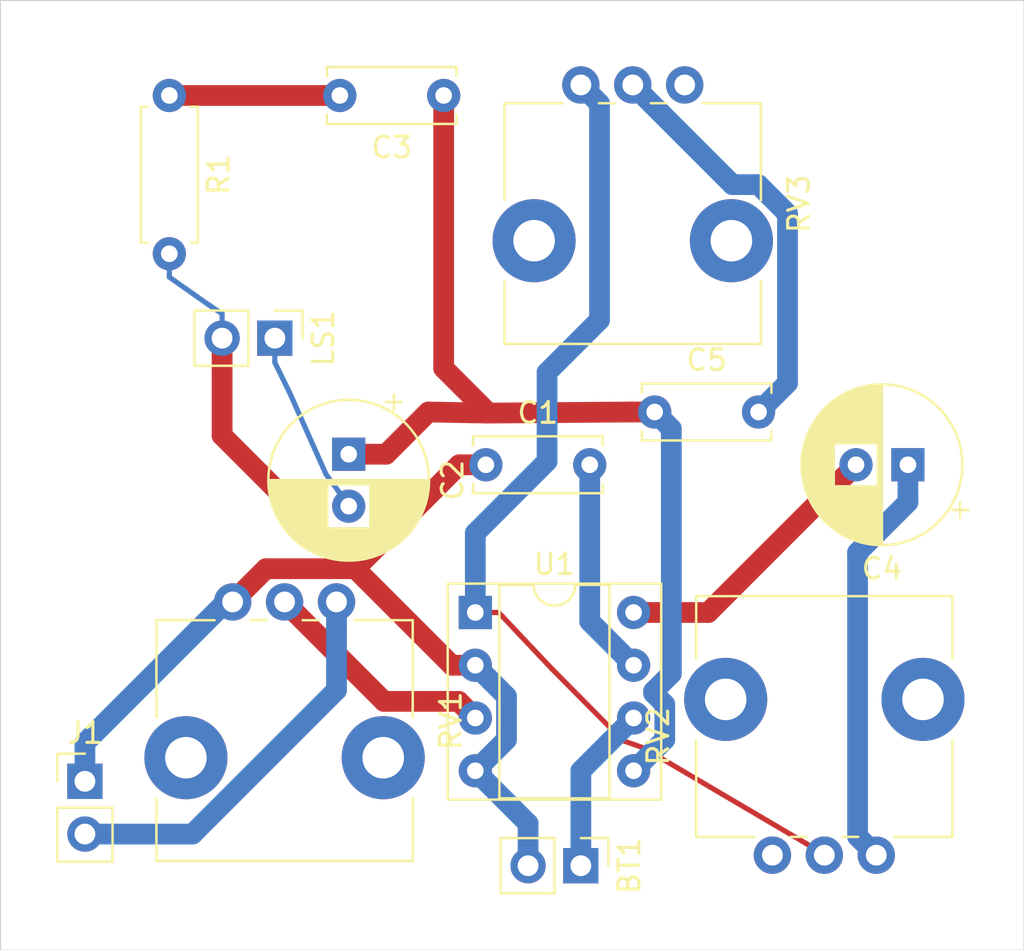
<source format=kicad_pcb>
(kicad_pcb (version 20171130) (host pcbnew 5.1.5-52549c5~84~ubuntu18.04.1)

  (general
    (thickness 1.6)
    (drawings 4)
    (tracks 85)
    (zones 0)
    (modules 13)
    (nets 15)
  )

  (page A4)
  (layers
    (0 F.Cu signal)
    (31 B.Cu signal)
    (32 B.Adhes user)
    (33 F.Adhes user)
    (34 B.Paste user)
    (35 F.Paste user)
    (36 B.SilkS user)
    (37 F.SilkS user)
    (38 B.Mask user)
    (39 F.Mask user)
    (40 Dwgs.User user)
    (41 Cmts.User user)
    (42 Eco1.User user)
    (43 Eco2.User user)
    (44 Edge.Cuts user)
    (45 Margin user)
    (46 B.CrtYd user)
    (47 F.CrtYd user)
    (48 B.Fab user)
    (49 F.Fab user)
  )

  (setup
    (last_trace_width 1)
    (user_trace_width 0.5)
    (user_trace_width 0.8)
    (user_trace_width 1)
    (user_trace_width 2)
    (user_trace_width 3)
    (trace_clearance 0.2)
    (zone_clearance 0.508)
    (zone_45_only no)
    (trace_min 0.2)
    (via_size 0.8)
    (via_drill 0.4)
    (via_min_size 0.4)
    (via_min_drill 0.3)
    (uvia_size 0.3)
    (uvia_drill 0.1)
    (uvias_allowed no)
    (uvia_min_size 0.2)
    (uvia_min_drill 0.1)
    (edge_width 0.05)
    (segment_width 0.2)
    (pcb_text_width 0.3)
    (pcb_text_size 1.5 1.5)
    (mod_edge_width 0.12)
    (mod_text_size 1 1)
    (mod_text_width 0.15)
    (pad_size 1.524 1.524)
    (pad_drill 0.762)
    (pad_to_mask_clearance 0.051)
    (solder_mask_min_width 0.25)
    (aux_axis_origin 0 0)
    (visible_elements FFFFFF7F)
    (pcbplotparams
      (layerselection 0x010fc_ffffffff)
      (usegerberextensions false)
      (usegerberattributes false)
      (usegerberadvancedattributes false)
      (creategerberjobfile false)
      (excludeedgelayer true)
      (linewidth 0.100000)
      (plotframeref false)
      (viasonmask false)
      (mode 1)
      (useauxorigin false)
      (hpglpennumber 1)
      (hpglpenspeed 20)
      (hpglpendiameter 15.000000)
      (psnegative false)
      (psa4output false)
      (plotreference true)
      (plotvalue true)
      (plotinvisibletext false)
      (padsonsilk false)
      (subtractmaskfromsilk false)
      (outputformat 1)
      (mirror false)
      (drillshape 1)
      (scaleselection 1)
      (outputdirectory ""))
  )

  (net 0 "")
  (net 1 "Net-(BT1-Pad1)")
  (net 2 GND)
  (net 3 "Net-(C1-Pad2)")
  (net 4 "Net-(C2-Pad2)")
  (net 5 "Net-(C2-Pad1)")
  (net 6 "Net-(C3-Pad2)")
  (net 7 "Net-(C4-Pad1)")
  (net 8 "Net-(C4-Pad2)")
  (net 9 "Net-(C5-Pad2)")
  (net 10 "Net-(J1-Pad2)")
  (net 11 "Net-(RV1-Pad2)")
  (net 12 "Net-(RV2-Pad3)")
  (net 13 "Net-(RV2-Pad2)")
  (net 14 "Net-(RV3-Pad3)")

  (net_class Default "This is the default net class."
    (clearance 0.2)
    (trace_width 0.25)
    (via_dia 0.8)
    (via_drill 0.4)
    (uvia_dia 0.3)
    (uvia_drill 0.1)
    (add_net GND)
    (add_net "Net-(BT1-Pad1)")
    (add_net "Net-(C1-Pad2)")
    (add_net "Net-(C2-Pad1)")
    (add_net "Net-(C2-Pad2)")
    (add_net "Net-(C3-Pad2)")
    (add_net "Net-(C4-Pad1)")
    (add_net "Net-(C4-Pad2)")
    (add_net "Net-(C5-Pad2)")
    (add_net "Net-(J1-Pad2)")
    (add_net "Net-(RV1-Pad2)")
    (add_net "Net-(RV2-Pad2)")
    (add_net "Net-(RV2-Pad3)")
    (add_net "Net-(RV3-Pad3)")
  )

  (module Package_DIP:DIP-8_W7.62mm_Socket (layer F.Cu) (tedit 5A02E8C5) (tstamp 5E7C88BC)
    (at 142.748 120.904)
    (descr "8-lead though-hole mounted DIP package, row spacing 7.62 mm (300 mils), Socket")
    (tags "THT DIP DIL PDIP 2.54mm 7.62mm 300mil Socket")
    (path /5E7C1B90)
    (fp_text reference U1 (at 3.81 -2.33) (layer F.SilkS)
      (effects (font (size 1 1) (thickness 0.15)))
    )
    (fp_text value LM386 (at 3.81 9.95) (layer F.Fab)
      (effects (font (size 1 1) (thickness 0.15)))
    )
    (fp_arc (start 3.81 -1.33) (end 2.81 -1.33) (angle -180) (layer F.SilkS) (width 0.12))
    (fp_line (start 1.635 -1.27) (end 6.985 -1.27) (layer F.Fab) (width 0.1))
    (fp_line (start 6.985 -1.27) (end 6.985 8.89) (layer F.Fab) (width 0.1))
    (fp_line (start 6.985 8.89) (end 0.635 8.89) (layer F.Fab) (width 0.1))
    (fp_line (start 0.635 8.89) (end 0.635 -0.27) (layer F.Fab) (width 0.1))
    (fp_line (start 0.635 -0.27) (end 1.635 -1.27) (layer F.Fab) (width 0.1))
    (fp_line (start -1.27 -1.33) (end -1.27 8.95) (layer F.Fab) (width 0.1))
    (fp_line (start -1.27 8.95) (end 8.89 8.95) (layer F.Fab) (width 0.1))
    (fp_line (start 8.89 8.95) (end 8.89 -1.33) (layer F.Fab) (width 0.1))
    (fp_line (start 8.89 -1.33) (end -1.27 -1.33) (layer F.Fab) (width 0.1))
    (fp_line (start 2.81 -1.33) (end 1.16 -1.33) (layer F.SilkS) (width 0.12))
    (fp_line (start 1.16 -1.33) (end 1.16 8.95) (layer F.SilkS) (width 0.12))
    (fp_line (start 1.16 8.95) (end 6.46 8.95) (layer F.SilkS) (width 0.12))
    (fp_line (start 6.46 8.95) (end 6.46 -1.33) (layer F.SilkS) (width 0.12))
    (fp_line (start 6.46 -1.33) (end 4.81 -1.33) (layer F.SilkS) (width 0.12))
    (fp_line (start -1.33 -1.39) (end -1.33 9.01) (layer F.SilkS) (width 0.12))
    (fp_line (start -1.33 9.01) (end 8.95 9.01) (layer F.SilkS) (width 0.12))
    (fp_line (start 8.95 9.01) (end 8.95 -1.39) (layer F.SilkS) (width 0.12))
    (fp_line (start 8.95 -1.39) (end -1.33 -1.39) (layer F.SilkS) (width 0.12))
    (fp_line (start -1.55 -1.6) (end -1.55 9.2) (layer F.CrtYd) (width 0.05))
    (fp_line (start -1.55 9.2) (end 9.15 9.2) (layer F.CrtYd) (width 0.05))
    (fp_line (start 9.15 9.2) (end 9.15 -1.6) (layer F.CrtYd) (width 0.05))
    (fp_line (start 9.15 -1.6) (end -1.55 -1.6) (layer F.CrtYd) (width 0.05))
    (fp_text user %R (at 3.81 3.81) (layer F.Fab)
      (effects (font (size 1 1) (thickness 0.15)))
    )
    (pad 1 thru_hole rect (at 0 0) (size 1.6 1.6) (drill 0.8) (layers *.Cu *.Mask)
      (net 13 "Net-(RV2-Pad2)"))
    (pad 5 thru_hole oval (at 7.62 7.62) (size 1.6 1.6) (drill 0.8) (layers *.Cu *.Mask)
      (net 5 "Net-(C2-Pad1)"))
    (pad 2 thru_hole oval (at 0 2.54) (size 1.6 1.6) (drill 0.8) (layers *.Cu *.Mask)
      (net 2 GND))
    (pad 6 thru_hole oval (at 7.62 5.08) (size 1.6 1.6) (drill 0.8) (layers *.Cu *.Mask)
      (net 1 "Net-(BT1-Pad1)"))
    (pad 3 thru_hole oval (at 0 5.08) (size 1.6 1.6) (drill 0.8) (layers *.Cu *.Mask)
      (net 11 "Net-(RV1-Pad2)"))
    (pad 7 thru_hole oval (at 7.62 2.54) (size 1.6 1.6) (drill 0.8) (layers *.Cu *.Mask)
      (net 3 "Net-(C1-Pad2)"))
    (pad 4 thru_hole oval (at 0 7.62) (size 1.6 1.6) (drill 0.8) (layers *.Cu *.Mask)
      (net 2 GND))
    (pad 8 thru_hole oval (at 7.62 0) (size 1.6 1.6) (drill 0.8) (layers *.Cu *.Mask)
      (net 8 "Net-(C4-Pad2)"))
    (model ${KISYS3DMOD}/Package_DIP.3dshapes/DIP-8_W7.62mm_Socket.wrl
      (at (xyz 0 0 0))
      (scale (xyz 1 1 1))
      (rotate (xyz 0 0 0))
    )
  )

  (module Capacitor_THT:CP_Radial_D7.5mm_P2.50mm (layer F.Cu) (tedit 5AE50EF0) (tstamp 5E7C8734)
    (at 136.652 113.284 270)
    (descr "CP, Radial series, Radial, pin pitch=2.50mm, , diameter=7.5mm, Electrolytic Capacitor")
    (tags "CP Radial series Radial pin pitch 2.50mm  diameter 7.5mm Electrolytic Capacitor")
    (path /5E7C85C1)
    (fp_text reference C2 (at 1.25 -5 90) (layer F.SilkS)
      (effects (font (size 1 1) (thickness 0.15)))
    )
    (fp_text value 220mF (at 1.25 5 90) (layer F.Fab)
      (effects (font (size 1 1) (thickness 0.15)))
    )
    (fp_text user %R (at 1.25 0 90) (layer F.Fab)
      (effects (font (size 1 1) (thickness 0.15)))
    )
    (fp_line (start -2.517211 -2.55) (end -2.517211 -1.8) (layer F.SilkS) (width 0.12))
    (fp_line (start -2.892211 -2.175) (end -2.142211 -2.175) (layer F.SilkS) (width 0.12))
    (fp_line (start 5.091 -0.441) (end 5.091 0.441) (layer F.SilkS) (width 0.12))
    (fp_line (start 5.051 -0.693) (end 5.051 0.693) (layer F.SilkS) (width 0.12))
    (fp_line (start 5.011 -0.877) (end 5.011 0.877) (layer F.SilkS) (width 0.12))
    (fp_line (start 4.971 -1.028) (end 4.971 1.028) (layer F.SilkS) (width 0.12))
    (fp_line (start 4.931 -1.158) (end 4.931 1.158) (layer F.SilkS) (width 0.12))
    (fp_line (start 4.891 -1.275) (end 4.891 1.275) (layer F.SilkS) (width 0.12))
    (fp_line (start 4.851 -1.381) (end 4.851 1.381) (layer F.SilkS) (width 0.12))
    (fp_line (start 4.811 -1.478) (end 4.811 1.478) (layer F.SilkS) (width 0.12))
    (fp_line (start 4.771 -1.569) (end 4.771 1.569) (layer F.SilkS) (width 0.12))
    (fp_line (start 4.731 -1.654) (end 4.731 1.654) (layer F.SilkS) (width 0.12))
    (fp_line (start 4.691 -1.733) (end 4.691 1.733) (layer F.SilkS) (width 0.12))
    (fp_line (start 4.651 -1.809) (end 4.651 1.809) (layer F.SilkS) (width 0.12))
    (fp_line (start 4.611 -1.881) (end 4.611 1.881) (layer F.SilkS) (width 0.12))
    (fp_line (start 4.571 -1.949) (end 4.571 1.949) (layer F.SilkS) (width 0.12))
    (fp_line (start 4.531 -2.014) (end 4.531 2.014) (layer F.SilkS) (width 0.12))
    (fp_line (start 4.491 -2.077) (end 4.491 2.077) (layer F.SilkS) (width 0.12))
    (fp_line (start 4.451 -2.137) (end 4.451 2.137) (layer F.SilkS) (width 0.12))
    (fp_line (start 4.411 -2.195) (end 4.411 2.195) (layer F.SilkS) (width 0.12))
    (fp_line (start 4.371 -2.25) (end 4.371 2.25) (layer F.SilkS) (width 0.12))
    (fp_line (start 4.331 -2.304) (end 4.331 2.304) (layer F.SilkS) (width 0.12))
    (fp_line (start 4.291 -2.355) (end 4.291 2.355) (layer F.SilkS) (width 0.12))
    (fp_line (start 4.251 -2.405) (end 4.251 2.405) (layer F.SilkS) (width 0.12))
    (fp_line (start 4.211 -2.454) (end 4.211 2.454) (layer F.SilkS) (width 0.12))
    (fp_line (start 4.171 -2.5) (end 4.171 2.5) (layer F.SilkS) (width 0.12))
    (fp_line (start 4.131 -2.546) (end 4.131 2.546) (layer F.SilkS) (width 0.12))
    (fp_line (start 4.091 -2.589) (end 4.091 2.589) (layer F.SilkS) (width 0.12))
    (fp_line (start 4.051 -2.632) (end 4.051 2.632) (layer F.SilkS) (width 0.12))
    (fp_line (start 4.011 -2.673) (end 4.011 2.673) (layer F.SilkS) (width 0.12))
    (fp_line (start 3.971 -2.713) (end 3.971 2.713) (layer F.SilkS) (width 0.12))
    (fp_line (start 3.931 -2.752) (end 3.931 2.752) (layer F.SilkS) (width 0.12))
    (fp_line (start 3.891 -2.79) (end 3.891 2.79) (layer F.SilkS) (width 0.12))
    (fp_line (start 3.851 -2.827) (end 3.851 2.827) (layer F.SilkS) (width 0.12))
    (fp_line (start 3.811 -2.863) (end 3.811 2.863) (layer F.SilkS) (width 0.12))
    (fp_line (start 3.771 -2.898) (end 3.771 2.898) (layer F.SilkS) (width 0.12))
    (fp_line (start 3.731 -2.931) (end 3.731 2.931) (layer F.SilkS) (width 0.12))
    (fp_line (start 3.691 -2.964) (end 3.691 2.964) (layer F.SilkS) (width 0.12))
    (fp_line (start 3.651 -2.996) (end 3.651 2.996) (layer F.SilkS) (width 0.12))
    (fp_line (start 3.611 -3.028) (end 3.611 3.028) (layer F.SilkS) (width 0.12))
    (fp_line (start 3.571 -3.058) (end 3.571 3.058) (layer F.SilkS) (width 0.12))
    (fp_line (start 3.531 1.04) (end 3.531 3.088) (layer F.SilkS) (width 0.12))
    (fp_line (start 3.531 -3.088) (end 3.531 -1.04) (layer F.SilkS) (width 0.12))
    (fp_line (start 3.491 1.04) (end 3.491 3.116) (layer F.SilkS) (width 0.12))
    (fp_line (start 3.491 -3.116) (end 3.491 -1.04) (layer F.SilkS) (width 0.12))
    (fp_line (start 3.451 1.04) (end 3.451 3.144) (layer F.SilkS) (width 0.12))
    (fp_line (start 3.451 -3.144) (end 3.451 -1.04) (layer F.SilkS) (width 0.12))
    (fp_line (start 3.411 1.04) (end 3.411 3.172) (layer F.SilkS) (width 0.12))
    (fp_line (start 3.411 -3.172) (end 3.411 -1.04) (layer F.SilkS) (width 0.12))
    (fp_line (start 3.371 1.04) (end 3.371 3.198) (layer F.SilkS) (width 0.12))
    (fp_line (start 3.371 -3.198) (end 3.371 -1.04) (layer F.SilkS) (width 0.12))
    (fp_line (start 3.331 1.04) (end 3.331 3.224) (layer F.SilkS) (width 0.12))
    (fp_line (start 3.331 -3.224) (end 3.331 -1.04) (layer F.SilkS) (width 0.12))
    (fp_line (start 3.291 1.04) (end 3.291 3.249) (layer F.SilkS) (width 0.12))
    (fp_line (start 3.291 -3.249) (end 3.291 -1.04) (layer F.SilkS) (width 0.12))
    (fp_line (start 3.251 1.04) (end 3.251 3.274) (layer F.SilkS) (width 0.12))
    (fp_line (start 3.251 -3.274) (end 3.251 -1.04) (layer F.SilkS) (width 0.12))
    (fp_line (start 3.211 1.04) (end 3.211 3.297) (layer F.SilkS) (width 0.12))
    (fp_line (start 3.211 -3.297) (end 3.211 -1.04) (layer F.SilkS) (width 0.12))
    (fp_line (start 3.171 1.04) (end 3.171 3.321) (layer F.SilkS) (width 0.12))
    (fp_line (start 3.171 -3.321) (end 3.171 -1.04) (layer F.SilkS) (width 0.12))
    (fp_line (start 3.131 1.04) (end 3.131 3.343) (layer F.SilkS) (width 0.12))
    (fp_line (start 3.131 -3.343) (end 3.131 -1.04) (layer F.SilkS) (width 0.12))
    (fp_line (start 3.091 1.04) (end 3.091 3.365) (layer F.SilkS) (width 0.12))
    (fp_line (start 3.091 -3.365) (end 3.091 -1.04) (layer F.SilkS) (width 0.12))
    (fp_line (start 3.051 1.04) (end 3.051 3.386) (layer F.SilkS) (width 0.12))
    (fp_line (start 3.051 -3.386) (end 3.051 -1.04) (layer F.SilkS) (width 0.12))
    (fp_line (start 3.011 1.04) (end 3.011 3.407) (layer F.SilkS) (width 0.12))
    (fp_line (start 3.011 -3.407) (end 3.011 -1.04) (layer F.SilkS) (width 0.12))
    (fp_line (start 2.971 1.04) (end 2.971 3.427) (layer F.SilkS) (width 0.12))
    (fp_line (start 2.971 -3.427) (end 2.971 -1.04) (layer F.SilkS) (width 0.12))
    (fp_line (start 2.931 1.04) (end 2.931 3.447) (layer F.SilkS) (width 0.12))
    (fp_line (start 2.931 -3.447) (end 2.931 -1.04) (layer F.SilkS) (width 0.12))
    (fp_line (start 2.891 1.04) (end 2.891 3.466) (layer F.SilkS) (width 0.12))
    (fp_line (start 2.891 -3.466) (end 2.891 -1.04) (layer F.SilkS) (width 0.12))
    (fp_line (start 2.851 1.04) (end 2.851 3.484) (layer F.SilkS) (width 0.12))
    (fp_line (start 2.851 -3.484) (end 2.851 -1.04) (layer F.SilkS) (width 0.12))
    (fp_line (start 2.811 1.04) (end 2.811 3.502) (layer F.SilkS) (width 0.12))
    (fp_line (start 2.811 -3.502) (end 2.811 -1.04) (layer F.SilkS) (width 0.12))
    (fp_line (start 2.771 1.04) (end 2.771 3.52) (layer F.SilkS) (width 0.12))
    (fp_line (start 2.771 -3.52) (end 2.771 -1.04) (layer F.SilkS) (width 0.12))
    (fp_line (start 2.731 1.04) (end 2.731 3.536) (layer F.SilkS) (width 0.12))
    (fp_line (start 2.731 -3.536) (end 2.731 -1.04) (layer F.SilkS) (width 0.12))
    (fp_line (start 2.691 1.04) (end 2.691 3.553) (layer F.SilkS) (width 0.12))
    (fp_line (start 2.691 -3.553) (end 2.691 -1.04) (layer F.SilkS) (width 0.12))
    (fp_line (start 2.651 1.04) (end 2.651 3.568) (layer F.SilkS) (width 0.12))
    (fp_line (start 2.651 -3.568) (end 2.651 -1.04) (layer F.SilkS) (width 0.12))
    (fp_line (start 2.611 1.04) (end 2.611 3.584) (layer F.SilkS) (width 0.12))
    (fp_line (start 2.611 -3.584) (end 2.611 -1.04) (layer F.SilkS) (width 0.12))
    (fp_line (start 2.571 1.04) (end 2.571 3.598) (layer F.SilkS) (width 0.12))
    (fp_line (start 2.571 -3.598) (end 2.571 -1.04) (layer F.SilkS) (width 0.12))
    (fp_line (start 2.531 1.04) (end 2.531 3.613) (layer F.SilkS) (width 0.12))
    (fp_line (start 2.531 -3.613) (end 2.531 -1.04) (layer F.SilkS) (width 0.12))
    (fp_line (start 2.491 1.04) (end 2.491 3.626) (layer F.SilkS) (width 0.12))
    (fp_line (start 2.491 -3.626) (end 2.491 -1.04) (layer F.SilkS) (width 0.12))
    (fp_line (start 2.451 1.04) (end 2.451 3.64) (layer F.SilkS) (width 0.12))
    (fp_line (start 2.451 -3.64) (end 2.451 -1.04) (layer F.SilkS) (width 0.12))
    (fp_line (start 2.411 1.04) (end 2.411 3.653) (layer F.SilkS) (width 0.12))
    (fp_line (start 2.411 -3.653) (end 2.411 -1.04) (layer F.SilkS) (width 0.12))
    (fp_line (start 2.371 1.04) (end 2.371 3.665) (layer F.SilkS) (width 0.12))
    (fp_line (start 2.371 -3.665) (end 2.371 -1.04) (layer F.SilkS) (width 0.12))
    (fp_line (start 2.331 1.04) (end 2.331 3.677) (layer F.SilkS) (width 0.12))
    (fp_line (start 2.331 -3.677) (end 2.331 -1.04) (layer F.SilkS) (width 0.12))
    (fp_line (start 2.291 1.04) (end 2.291 3.688) (layer F.SilkS) (width 0.12))
    (fp_line (start 2.291 -3.688) (end 2.291 -1.04) (layer F.SilkS) (width 0.12))
    (fp_line (start 2.251 1.04) (end 2.251 3.699) (layer F.SilkS) (width 0.12))
    (fp_line (start 2.251 -3.699) (end 2.251 -1.04) (layer F.SilkS) (width 0.12))
    (fp_line (start 2.211 1.04) (end 2.211 3.71) (layer F.SilkS) (width 0.12))
    (fp_line (start 2.211 -3.71) (end 2.211 -1.04) (layer F.SilkS) (width 0.12))
    (fp_line (start 2.171 1.04) (end 2.171 3.72) (layer F.SilkS) (width 0.12))
    (fp_line (start 2.171 -3.72) (end 2.171 -1.04) (layer F.SilkS) (width 0.12))
    (fp_line (start 2.131 1.04) (end 2.131 3.729) (layer F.SilkS) (width 0.12))
    (fp_line (start 2.131 -3.729) (end 2.131 -1.04) (layer F.SilkS) (width 0.12))
    (fp_line (start 2.091 1.04) (end 2.091 3.738) (layer F.SilkS) (width 0.12))
    (fp_line (start 2.091 -3.738) (end 2.091 -1.04) (layer F.SilkS) (width 0.12))
    (fp_line (start 2.051 1.04) (end 2.051 3.747) (layer F.SilkS) (width 0.12))
    (fp_line (start 2.051 -3.747) (end 2.051 -1.04) (layer F.SilkS) (width 0.12))
    (fp_line (start 2.011 1.04) (end 2.011 3.755) (layer F.SilkS) (width 0.12))
    (fp_line (start 2.011 -3.755) (end 2.011 -1.04) (layer F.SilkS) (width 0.12))
    (fp_line (start 1.971 1.04) (end 1.971 3.763) (layer F.SilkS) (width 0.12))
    (fp_line (start 1.971 -3.763) (end 1.971 -1.04) (layer F.SilkS) (width 0.12))
    (fp_line (start 1.93 1.04) (end 1.93 3.77) (layer F.SilkS) (width 0.12))
    (fp_line (start 1.93 -3.77) (end 1.93 -1.04) (layer F.SilkS) (width 0.12))
    (fp_line (start 1.89 1.04) (end 1.89 3.777) (layer F.SilkS) (width 0.12))
    (fp_line (start 1.89 -3.777) (end 1.89 -1.04) (layer F.SilkS) (width 0.12))
    (fp_line (start 1.85 1.04) (end 1.85 3.784) (layer F.SilkS) (width 0.12))
    (fp_line (start 1.85 -3.784) (end 1.85 -1.04) (layer F.SilkS) (width 0.12))
    (fp_line (start 1.81 1.04) (end 1.81 3.79) (layer F.SilkS) (width 0.12))
    (fp_line (start 1.81 -3.79) (end 1.81 -1.04) (layer F.SilkS) (width 0.12))
    (fp_line (start 1.77 1.04) (end 1.77 3.795) (layer F.SilkS) (width 0.12))
    (fp_line (start 1.77 -3.795) (end 1.77 -1.04) (layer F.SilkS) (width 0.12))
    (fp_line (start 1.73 1.04) (end 1.73 3.801) (layer F.SilkS) (width 0.12))
    (fp_line (start 1.73 -3.801) (end 1.73 -1.04) (layer F.SilkS) (width 0.12))
    (fp_line (start 1.69 1.04) (end 1.69 3.805) (layer F.SilkS) (width 0.12))
    (fp_line (start 1.69 -3.805) (end 1.69 -1.04) (layer F.SilkS) (width 0.12))
    (fp_line (start 1.65 1.04) (end 1.65 3.81) (layer F.SilkS) (width 0.12))
    (fp_line (start 1.65 -3.81) (end 1.65 -1.04) (layer F.SilkS) (width 0.12))
    (fp_line (start 1.61 1.04) (end 1.61 3.814) (layer F.SilkS) (width 0.12))
    (fp_line (start 1.61 -3.814) (end 1.61 -1.04) (layer F.SilkS) (width 0.12))
    (fp_line (start 1.57 1.04) (end 1.57 3.817) (layer F.SilkS) (width 0.12))
    (fp_line (start 1.57 -3.817) (end 1.57 -1.04) (layer F.SilkS) (width 0.12))
    (fp_line (start 1.53 1.04) (end 1.53 3.82) (layer F.SilkS) (width 0.12))
    (fp_line (start 1.53 -3.82) (end 1.53 -1.04) (layer F.SilkS) (width 0.12))
    (fp_line (start 1.49 1.04) (end 1.49 3.823) (layer F.SilkS) (width 0.12))
    (fp_line (start 1.49 -3.823) (end 1.49 -1.04) (layer F.SilkS) (width 0.12))
    (fp_line (start 1.45 -3.825) (end 1.45 3.825) (layer F.SilkS) (width 0.12))
    (fp_line (start 1.41 -3.827) (end 1.41 3.827) (layer F.SilkS) (width 0.12))
    (fp_line (start 1.37 -3.829) (end 1.37 3.829) (layer F.SilkS) (width 0.12))
    (fp_line (start 1.33 -3.83) (end 1.33 3.83) (layer F.SilkS) (width 0.12))
    (fp_line (start 1.29 -3.83) (end 1.29 3.83) (layer F.SilkS) (width 0.12))
    (fp_line (start 1.25 -3.83) (end 1.25 3.83) (layer F.SilkS) (width 0.12))
    (fp_line (start -1.586233 -2.0125) (end -1.586233 -1.2625) (layer F.Fab) (width 0.1))
    (fp_line (start -1.961233 -1.6375) (end -1.211233 -1.6375) (layer F.Fab) (width 0.1))
    (fp_circle (center 1.25 0) (end 5.25 0) (layer F.CrtYd) (width 0.05))
    (fp_circle (center 1.25 0) (end 5.12 0) (layer F.SilkS) (width 0.12))
    (fp_circle (center 1.25 0) (end 5 0) (layer F.Fab) (width 0.1))
    (pad 2 thru_hole circle (at 2.5 0 270) (size 1.6 1.6) (drill 0.8) (layers *.Cu *.Mask)
      (net 4 "Net-(C2-Pad2)"))
    (pad 1 thru_hole rect (at 0 0 270) (size 1.6 1.6) (drill 0.8) (layers *.Cu *.Mask)
      (net 5 "Net-(C2-Pad1)"))
    (model ${KISYS3DMOD}/Capacitor_THT.3dshapes/CP_Radial_D7.5mm_P2.50mm.wrl
      (at (xyz 0 0 0))
      (scale (xyz 1 1 1))
      (rotate (xyz 0 0 0))
    )
  )

  (module Connector_PinHeader_2.54mm:PinHeader_1x02_P2.54mm_Vertical (layer F.Cu) (tedit 59FED5CC) (tstamp 5E7C867C)
    (at 147.828 133.096 270)
    (descr "Through hole straight pin header, 1x02, 2.54mm pitch, single row")
    (tags "Through hole pin header THT 1x02 2.54mm single row")
    (path /5E7C4BEA)
    (fp_text reference BT1 (at 0 -2.33 90) (layer F.SilkS)
      (effects (font (size 1 1) (thickness 0.15)))
    )
    (fp_text value Battery (at 0 4.87 90) (layer F.Fab)
      (effects (font (size 1 1) (thickness 0.15)))
    )
    (fp_line (start -0.635 -1.27) (end 1.27 -1.27) (layer F.Fab) (width 0.1))
    (fp_line (start 1.27 -1.27) (end 1.27 3.81) (layer F.Fab) (width 0.1))
    (fp_line (start 1.27 3.81) (end -1.27 3.81) (layer F.Fab) (width 0.1))
    (fp_line (start -1.27 3.81) (end -1.27 -0.635) (layer F.Fab) (width 0.1))
    (fp_line (start -1.27 -0.635) (end -0.635 -1.27) (layer F.Fab) (width 0.1))
    (fp_line (start -1.33 3.87) (end 1.33 3.87) (layer F.SilkS) (width 0.12))
    (fp_line (start -1.33 1.27) (end -1.33 3.87) (layer F.SilkS) (width 0.12))
    (fp_line (start 1.33 1.27) (end 1.33 3.87) (layer F.SilkS) (width 0.12))
    (fp_line (start -1.33 1.27) (end 1.33 1.27) (layer F.SilkS) (width 0.12))
    (fp_line (start -1.33 0) (end -1.33 -1.33) (layer F.SilkS) (width 0.12))
    (fp_line (start -1.33 -1.33) (end 0 -1.33) (layer F.SilkS) (width 0.12))
    (fp_line (start -1.8 -1.8) (end -1.8 4.35) (layer F.CrtYd) (width 0.05))
    (fp_line (start -1.8 4.35) (end 1.8 4.35) (layer F.CrtYd) (width 0.05))
    (fp_line (start 1.8 4.35) (end 1.8 -1.8) (layer F.CrtYd) (width 0.05))
    (fp_line (start 1.8 -1.8) (end -1.8 -1.8) (layer F.CrtYd) (width 0.05))
    (fp_text user %R (at 0 1.27) (layer F.Fab)
      (effects (font (size 1 1) (thickness 0.15)))
    )
    (pad 1 thru_hole rect (at 0 0 270) (size 1.7 1.7) (drill 1) (layers *.Cu *.Mask)
      (net 1 "Net-(BT1-Pad1)"))
    (pad 2 thru_hole oval (at 0 2.54 270) (size 1.7 1.7) (drill 1) (layers *.Cu *.Mask)
      (net 2 GND))
    (model ${KISYS3DMOD}/Connector_PinHeader_2.54mm.3dshapes/PinHeader_1x02_P2.54mm_Vertical.wrl
      (at (xyz 0 0 0))
      (scale (xyz 1 1 1))
      (rotate (xyz 0 0 0))
    )
  )

  (module Capacitor_THT:C_Disc_D6.0mm_W2.5mm_P5.00mm (layer F.Cu) (tedit 5AE50EF0) (tstamp 5E7C9737)
    (at 143.256 113.792)
    (descr "C, Disc series, Radial, pin pitch=5.00mm, , diameter*width=6*2.5mm^2, Capacitor, http://cdn-reichelt.de/documents/datenblatt/B300/DS_KERKO_TC.pdf")
    (tags "C Disc series Radial pin pitch 5.00mm  diameter 6mm width 2.5mm Capacitor")
    (path /5E7C7C85)
    (fp_text reference C1 (at 2.5 -2.5) (layer F.SilkS)
      (effects (font (size 1 1) (thickness 0.15)))
    )
    (fp_text value 100nF (at 2.5 2.5) (layer F.Fab)
      (effects (font (size 1 1) (thickness 0.15)))
    )
    (fp_line (start -0.5 -1.25) (end -0.5 1.25) (layer F.Fab) (width 0.1))
    (fp_line (start -0.5 1.25) (end 5.5 1.25) (layer F.Fab) (width 0.1))
    (fp_line (start 5.5 1.25) (end 5.5 -1.25) (layer F.Fab) (width 0.1))
    (fp_line (start 5.5 -1.25) (end -0.5 -1.25) (layer F.Fab) (width 0.1))
    (fp_line (start -0.62 -1.37) (end 5.62 -1.37) (layer F.SilkS) (width 0.12))
    (fp_line (start -0.62 1.37) (end 5.62 1.37) (layer F.SilkS) (width 0.12))
    (fp_line (start -0.62 -1.37) (end -0.62 -0.925) (layer F.SilkS) (width 0.12))
    (fp_line (start -0.62 0.925) (end -0.62 1.37) (layer F.SilkS) (width 0.12))
    (fp_line (start 5.62 -1.37) (end 5.62 -0.925) (layer F.SilkS) (width 0.12))
    (fp_line (start 5.62 0.925) (end 5.62 1.37) (layer F.SilkS) (width 0.12))
    (fp_line (start -1.05 -1.5) (end -1.05 1.5) (layer F.CrtYd) (width 0.05))
    (fp_line (start -1.05 1.5) (end 6.05 1.5) (layer F.CrtYd) (width 0.05))
    (fp_line (start 6.05 1.5) (end 6.05 -1.5) (layer F.CrtYd) (width 0.05))
    (fp_line (start 6.05 -1.5) (end -1.05 -1.5) (layer F.CrtYd) (width 0.05))
    (fp_text user %R (at 2.5 0) (layer F.Fab)
      (effects (font (size 1 1) (thickness 0.15)))
    )
    (pad 1 thru_hole circle (at 0 0) (size 1.6 1.6) (drill 0.8) (layers *.Cu *.Mask)
      (net 2 GND))
    (pad 2 thru_hole circle (at 5 0) (size 1.6 1.6) (drill 0.8) (layers *.Cu *.Mask)
      (net 3 "Net-(C1-Pad2)"))
    (model ${KISYS3DMOD}/Capacitor_THT.3dshapes/C_Disc_D6.0mm_W2.5mm_P5.00mm.wrl
      (at (xyz 0 0 0))
      (scale (xyz 1 1 1))
      (rotate (xyz 0 0 0))
    )
  )

  (module Capacitor_THT:C_Disc_D6.0mm_W2.5mm_P5.00mm (layer F.Cu) (tedit 5AE50EF0) (tstamp 5E7CAE48)
    (at 141.224 96.012 180)
    (descr "C, Disc series, Radial, pin pitch=5.00mm, , diameter*width=6*2.5mm^2, Capacitor, http://cdn-reichelt.de/documents/datenblatt/B300/DS_KERKO_TC.pdf")
    (tags "C Disc series Radial pin pitch 5.00mm  diameter 6mm width 2.5mm Capacitor")
    (path /5E7C7935)
    (fp_text reference C3 (at 2.5 -2.5) (layer F.SilkS)
      (effects (font (size 1 1) (thickness 0.15)))
    )
    (fp_text value C (at 2.5 2.5) (layer F.Fab)
      (effects (font (size 1 1) (thickness 0.15)))
    )
    (fp_text user %R (at 2.5 0) (layer F.Fab)
      (effects (font (size 1 1) (thickness 0.15)))
    )
    (fp_line (start 6.05 -1.5) (end -1.05 -1.5) (layer F.CrtYd) (width 0.05))
    (fp_line (start 6.05 1.5) (end 6.05 -1.5) (layer F.CrtYd) (width 0.05))
    (fp_line (start -1.05 1.5) (end 6.05 1.5) (layer F.CrtYd) (width 0.05))
    (fp_line (start -1.05 -1.5) (end -1.05 1.5) (layer F.CrtYd) (width 0.05))
    (fp_line (start 5.62 0.925) (end 5.62 1.37) (layer F.SilkS) (width 0.12))
    (fp_line (start 5.62 -1.37) (end 5.62 -0.925) (layer F.SilkS) (width 0.12))
    (fp_line (start -0.62 0.925) (end -0.62 1.37) (layer F.SilkS) (width 0.12))
    (fp_line (start -0.62 -1.37) (end -0.62 -0.925) (layer F.SilkS) (width 0.12))
    (fp_line (start -0.62 1.37) (end 5.62 1.37) (layer F.SilkS) (width 0.12))
    (fp_line (start -0.62 -1.37) (end 5.62 -1.37) (layer F.SilkS) (width 0.12))
    (fp_line (start 5.5 -1.25) (end -0.5 -1.25) (layer F.Fab) (width 0.1))
    (fp_line (start 5.5 1.25) (end 5.5 -1.25) (layer F.Fab) (width 0.1))
    (fp_line (start -0.5 1.25) (end 5.5 1.25) (layer F.Fab) (width 0.1))
    (fp_line (start -0.5 -1.25) (end -0.5 1.25) (layer F.Fab) (width 0.1))
    (pad 2 thru_hole circle (at 5 0 180) (size 1.6 1.6) (drill 0.8) (layers *.Cu *.Mask)
      (net 6 "Net-(C3-Pad2)"))
    (pad 1 thru_hole circle (at 0 0 180) (size 1.6 1.6) (drill 0.8) (layers *.Cu *.Mask)
      (net 5 "Net-(C2-Pad1)"))
    (model ${KISYS3DMOD}/Capacitor_THT.3dshapes/C_Disc_D6.0mm_W2.5mm_P5.00mm.wrl
      (at (xyz 0 0 0))
      (scale (xyz 1 1 1))
      (rotate (xyz 0 0 0))
    )
  )

  (module Capacitor_THT:CP_Radial_D7.5mm_P2.50mm (layer F.Cu) (tedit 5AE50EF0) (tstamp 5E7C87EC)
    (at 163.576 113.792 180)
    (descr "CP, Radial series, Radial, pin pitch=2.50mm, , diameter=7.5mm, Electrolytic Capacitor")
    (tags "CP Radial series Radial pin pitch 2.50mm  diameter 7.5mm Electrolytic Capacitor")
    (path /5E7C80EB)
    (fp_text reference C4 (at 1.25 -5) (layer F.SilkS)
      (effects (font (size 1 1) (thickness 0.15)))
    )
    (fp_text value CP1 (at 1.25 5) (layer F.Fab)
      (effects (font (size 1 1) (thickness 0.15)))
    )
    (fp_circle (center 1.25 0) (end 5 0) (layer F.Fab) (width 0.1))
    (fp_circle (center 1.25 0) (end 5.12 0) (layer F.SilkS) (width 0.12))
    (fp_circle (center 1.25 0) (end 5.25 0) (layer F.CrtYd) (width 0.05))
    (fp_line (start -1.961233 -1.6375) (end -1.211233 -1.6375) (layer F.Fab) (width 0.1))
    (fp_line (start -1.586233 -2.0125) (end -1.586233 -1.2625) (layer F.Fab) (width 0.1))
    (fp_line (start 1.25 -3.83) (end 1.25 3.83) (layer F.SilkS) (width 0.12))
    (fp_line (start 1.29 -3.83) (end 1.29 3.83) (layer F.SilkS) (width 0.12))
    (fp_line (start 1.33 -3.83) (end 1.33 3.83) (layer F.SilkS) (width 0.12))
    (fp_line (start 1.37 -3.829) (end 1.37 3.829) (layer F.SilkS) (width 0.12))
    (fp_line (start 1.41 -3.827) (end 1.41 3.827) (layer F.SilkS) (width 0.12))
    (fp_line (start 1.45 -3.825) (end 1.45 3.825) (layer F.SilkS) (width 0.12))
    (fp_line (start 1.49 -3.823) (end 1.49 -1.04) (layer F.SilkS) (width 0.12))
    (fp_line (start 1.49 1.04) (end 1.49 3.823) (layer F.SilkS) (width 0.12))
    (fp_line (start 1.53 -3.82) (end 1.53 -1.04) (layer F.SilkS) (width 0.12))
    (fp_line (start 1.53 1.04) (end 1.53 3.82) (layer F.SilkS) (width 0.12))
    (fp_line (start 1.57 -3.817) (end 1.57 -1.04) (layer F.SilkS) (width 0.12))
    (fp_line (start 1.57 1.04) (end 1.57 3.817) (layer F.SilkS) (width 0.12))
    (fp_line (start 1.61 -3.814) (end 1.61 -1.04) (layer F.SilkS) (width 0.12))
    (fp_line (start 1.61 1.04) (end 1.61 3.814) (layer F.SilkS) (width 0.12))
    (fp_line (start 1.65 -3.81) (end 1.65 -1.04) (layer F.SilkS) (width 0.12))
    (fp_line (start 1.65 1.04) (end 1.65 3.81) (layer F.SilkS) (width 0.12))
    (fp_line (start 1.69 -3.805) (end 1.69 -1.04) (layer F.SilkS) (width 0.12))
    (fp_line (start 1.69 1.04) (end 1.69 3.805) (layer F.SilkS) (width 0.12))
    (fp_line (start 1.73 -3.801) (end 1.73 -1.04) (layer F.SilkS) (width 0.12))
    (fp_line (start 1.73 1.04) (end 1.73 3.801) (layer F.SilkS) (width 0.12))
    (fp_line (start 1.77 -3.795) (end 1.77 -1.04) (layer F.SilkS) (width 0.12))
    (fp_line (start 1.77 1.04) (end 1.77 3.795) (layer F.SilkS) (width 0.12))
    (fp_line (start 1.81 -3.79) (end 1.81 -1.04) (layer F.SilkS) (width 0.12))
    (fp_line (start 1.81 1.04) (end 1.81 3.79) (layer F.SilkS) (width 0.12))
    (fp_line (start 1.85 -3.784) (end 1.85 -1.04) (layer F.SilkS) (width 0.12))
    (fp_line (start 1.85 1.04) (end 1.85 3.784) (layer F.SilkS) (width 0.12))
    (fp_line (start 1.89 -3.777) (end 1.89 -1.04) (layer F.SilkS) (width 0.12))
    (fp_line (start 1.89 1.04) (end 1.89 3.777) (layer F.SilkS) (width 0.12))
    (fp_line (start 1.93 -3.77) (end 1.93 -1.04) (layer F.SilkS) (width 0.12))
    (fp_line (start 1.93 1.04) (end 1.93 3.77) (layer F.SilkS) (width 0.12))
    (fp_line (start 1.971 -3.763) (end 1.971 -1.04) (layer F.SilkS) (width 0.12))
    (fp_line (start 1.971 1.04) (end 1.971 3.763) (layer F.SilkS) (width 0.12))
    (fp_line (start 2.011 -3.755) (end 2.011 -1.04) (layer F.SilkS) (width 0.12))
    (fp_line (start 2.011 1.04) (end 2.011 3.755) (layer F.SilkS) (width 0.12))
    (fp_line (start 2.051 -3.747) (end 2.051 -1.04) (layer F.SilkS) (width 0.12))
    (fp_line (start 2.051 1.04) (end 2.051 3.747) (layer F.SilkS) (width 0.12))
    (fp_line (start 2.091 -3.738) (end 2.091 -1.04) (layer F.SilkS) (width 0.12))
    (fp_line (start 2.091 1.04) (end 2.091 3.738) (layer F.SilkS) (width 0.12))
    (fp_line (start 2.131 -3.729) (end 2.131 -1.04) (layer F.SilkS) (width 0.12))
    (fp_line (start 2.131 1.04) (end 2.131 3.729) (layer F.SilkS) (width 0.12))
    (fp_line (start 2.171 -3.72) (end 2.171 -1.04) (layer F.SilkS) (width 0.12))
    (fp_line (start 2.171 1.04) (end 2.171 3.72) (layer F.SilkS) (width 0.12))
    (fp_line (start 2.211 -3.71) (end 2.211 -1.04) (layer F.SilkS) (width 0.12))
    (fp_line (start 2.211 1.04) (end 2.211 3.71) (layer F.SilkS) (width 0.12))
    (fp_line (start 2.251 -3.699) (end 2.251 -1.04) (layer F.SilkS) (width 0.12))
    (fp_line (start 2.251 1.04) (end 2.251 3.699) (layer F.SilkS) (width 0.12))
    (fp_line (start 2.291 -3.688) (end 2.291 -1.04) (layer F.SilkS) (width 0.12))
    (fp_line (start 2.291 1.04) (end 2.291 3.688) (layer F.SilkS) (width 0.12))
    (fp_line (start 2.331 -3.677) (end 2.331 -1.04) (layer F.SilkS) (width 0.12))
    (fp_line (start 2.331 1.04) (end 2.331 3.677) (layer F.SilkS) (width 0.12))
    (fp_line (start 2.371 -3.665) (end 2.371 -1.04) (layer F.SilkS) (width 0.12))
    (fp_line (start 2.371 1.04) (end 2.371 3.665) (layer F.SilkS) (width 0.12))
    (fp_line (start 2.411 -3.653) (end 2.411 -1.04) (layer F.SilkS) (width 0.12))
    (fp_line (start 2.411 1.04) (end 2.411 3.653) (layer F.SilkS) (width 0.12))
    (fp_line (start 2.451 -3.64) (end 2.451 -1.04) (layer F.SilkS) (width 0.12))
    (fp_line (start 2.451 1.04) (end 2.451 3.64) (layer F.SilkS) (width 0.12))
    (fp_line (start 2.491 -3.626) (end 2.491 -1.04) (layer F.SilkS) (width 0.12))
    (fp_line (start 2.491 1.04) (end 2.491 3.626) (layer F.SilkS) (width 0.12))
    (fp_line (start 2.531 -3.613) (end 2.531 -1.04) (layer F.SilkS) (width 0.12))
    (fp_line (start 2.531 1.04) (end 2.531 3.613) (layer F.SilkS) (width 0.12))
    (fp_line (start 2.571 -3.598) (end 2.571 -1.04) (layer F.SilkS) (width 0.12))
    (fp_line (start 2.571 1.04) (end 2.571 3.598) (layer F.SilkS) (width 0.12))
    (fp_line (start 2.611 -3.584) (end 2.611 -1.04) (layer F.SilkS) (width 0.12))
    (fp_line (start 2.611 1.04) (end 2.611 3.584) (layer F.SilkS) (width 0.12))
    (fp_line (start 2.651 -3.568) (end 2.651 -1.04) (layer F.SilkS) (width 0.12))
    (fp_line (start 2.651 1.04) (end 2.651 3.568) (layer F.SilkS) (width 0.12))
    (fp_line (start 2.691 -3.553) (end 2.691 -1.04) (layer F.SilkS) (width 0.12))
    (fp_line (start 2.691 1.04) (end 2.691 3.553) (layer F.SilkS) (width 0.12))
    (fp_line (start 2.731 -3.536) (end 2.731 -1.04) (layer F.SilkS) (width 0.12))
    (fp_line (start 2.731 1.04) (end 2.731 3.536) (layer F.SilkS) (width 0.12))
    (fp_line (start 2.771 -3.52) (end 2.771 -1.04) (layer F.SilkS) (width 0.12))
    (fp_line (start 2.771 1.04) (end 2.771 3.52) (layer F.SilkS) (width 0.12))
    (fp_line (start 2.811 -3.502) (end 2.811 -1.04) (layer F.SilkS) (width 0.12))
    (fp_line (start 2.811 1.04) (end 2.811 3.502) (layer F.SilkS) (width 0.12))
    (fp_line (start 2.851 -3.484) (end 2.851 -1.04) (layer F.SilkS) (width 0.12))
    (fp_line (start 2.851 1.04) (end 2.851 3.484) (layer F.SilkS) (width 0.12))
    (fp_line (start 2.891 -3.466) (end 2.891 -1.04) (layer F.SilkS) (width 0.12))
    (fp_line (start 2.891 1.04) (end 2.891 3.466) (layer F.SilkS) (width 0.12))
    (fp_line (start 2.931 -3.447) (end 2.931 -1.04) (layer F.SilkS) (width 0.12))
    (fp_line (start 2.931 1.04) (end 2.931 3.447) (layer F.SilkS) (width 0.12))
    (fp_line (start 2.971 -3.427) (end 2.971 -1.04) (layer F.SilkS) (width 0.12))
    (fp_line (start 2.971 1.04) (end 2.971 3.427) (layer F.SilkS) (width 0.12))
    (fp_line (start 3.011 -3.407) (end 3.011 -1.04) (layer F.SilkS) (width 0.12))
    (fp_line (start 3.011 1.04) (end 3.011 3.407) (layer F.SilkS) (width 0.12))
    (fp_line (start 3.051 -3.386) (end 3.051 -1.04) (layer F.SilkS) (width 0.12))
    (fp_line (start 3.051 1.04) (end 3.051 3.386) (layer F.SilkS) (width 0.12))
    (fp_line (start 3.091 -3.365) (end 3.091 -1.04) (layer F.SilkS) (width 0.12))
    (fp_line (start 3.091 1.04) (end 3.091 3.365) (layer F.SilkS) (width 0.12))
    (fp_line (start 3.131 -3.343) (end 3.131 -1.04) (layer F.SilkS) (width 0.12))
    (fp_line (start 3.131 1.04) (end 3.131 3.343) (layer F.SilkS) (width 0.12))
    (fp_line (start 3.171 -3.321) (end 3.171 -1.04) (layer F.SilkS) (width 0.12))
    (fp_line (start 3.171 1.04) (end 3.171 3.321) (layer F.SilkS) (width 0.12))
    (fp_line (start 3.211 -3.297) (end 3.211 -1.04) (layer F.SilkS) (width 0.12))
    (fp_line (start 3.211 1.04) (end 3.211 3.297) (layer F.SilkS) (width 0.12))
    (fp_line (start 3.251 -3.274) (end 3.251 -1.04) (layer F.SilkS) (width 0.12))
    (fp_line (start 3.251 1.04) (end 3.251 3.274) (layer F.SilkS) (width 0.12))
    (fp_line (start 3.291 -3.249) (end 3.291 -1.04) (layer F.SilkS) (width 0.12))
    (fp_line (start 3.291 1.04) (end 3.291 3.249) (layer F.SilkS) (width 0.12))
    (fp_line (start 3.331 -3.224) (end 3.331 -1.04) (layer F.SilkS) (width 0.12))
    (fp_line (start 3.331 1.04) (end 3.331 3.224) (layer F.SilkS) (width 0.12))
    (fp_line (start 3.371 -3.198) (end 3.371 -1.04) (layer F.SilkS) (width 0.12))
    (fp_line (start 3.371 1.04) (end 3.371 3.198) (layer F.SilkS) (width 0.12))
    (fp_line (start 3.411 -3.172) (end 3.411 -1.04) (layer F.SilkS) (width 0.12))
    (fp_line (start 3.411 1.04) (end 3.411 3.172) (layer F.SilkS) (width 0.12))
    (fp_line (start 3.451 -3.144) (end 3.451 -1.04) (layer F.SilkS) (width 0.12))
    (fp_line (start 3.451 1.04) (end 3.451 3.144) (layer F.SilkS) (width 0.12))
    (fp_line (start 3.491 -3.116) (end 3.491 -1.04) (layer F.SilkS) (width 0.12))
    (fp_line (start 3.491 1.04) (end 3.491 3.116) (layer F.SilkS) (width 0.12))
    (fp_line (start 3.531 -3.088) (end 3.531 -1.04) (layer F.SilkS) (width 0.12))
    (fp_line (start 3.531 1.04) (end 3.531 3.088) (layer F.SilkS) (width 0.12))
    (fp_line (start 3.571 -3.058) (end 3.571 3.058) (layer F.SilkS) (width 0.12))
    (fp_line (start 3.611 -3.028) (end 3.611 3.028) (layer F.SilkS) (width 0.12))
    (fp_line (start 3.651 -2.996) (end 3.651 2.996) (layer F.SilkS) (width 0.12))
    (fp_line (start 3.691 -2.964) (end 3.691 2.964) (layer F.SilkS) (width 0.12))
    (fp_line (start 3.731 -2.931) (end 3.731 2.931) (layer F.SilkS) (width 0.12))
    (fp_line (start 3.771 -2.898) (end 3.771 2.898) (layer F.SilkS) (width 0.12))
    (fp_line (start 3.811 -2.863) (end 3.811 2.863) (layer F.SilkS) (width 0.12))
    (fp_line (start 3.851 -2.827) (end 3.851 2.827) (layer F.SilkS) (width 0.12))
    (fp_line (start 3.891 -2.79) (end 3.891 2.79) (layer F.SilkS) (width 0.12))
    (fp_line (start 3.931 -2.752) (end 3.931 2.752) (layer F.SilkS) (width 0.12))
    (fp_line (start 3.971 -2.713) (end 3.971 2.713) (layer F.SilkS) (width 0.12))
    (fp_line (start 4.011 -2.673) (end 4.011 2.673) (layer F.SilkS) (width 0.12))
    (fp_line (start 4.051 -2.632) (end 4.051 2.632) (layer F.SilkS) (width 0.12))
    (fp_line (start 4.091 -2.589) (end 4.091 2.589) (layer F.SilkS) (width 0.12))
    (fp_line (start 4.131 -2.546) (end 4.131 2.546) (layer F.SilkS) (width 0.12))
    (fp_line (start 4.171 -2.5) (end 4.171 2.5) (layer F.SilkS) (width 0.12))
    (fp_line (start 4.211 -2.454) (end 4.211 2.454) (layer F.SilkS) (width 0.12))
    (fp_line (start 4.251 -2.405) (end 4.251 2.405) (layer F.SilkS) (width 0.12))
    (fp_line (start 4.291 -2.355) (end 4.291 2.355) (layer F.SilkS) (width 0.12))
    (fp_line (start 4.331 -2.304) (end 4.331 2.304) (layer F.SilkS) (width 0.12))
    (fp_line (start 4.371 -2.25) (end 4.371 2.25) (layer F.SilkS) (width 0.12))
    (fp_line (start 4.411 -2.195) (end 4.411 2.195) (layer F.SilkS) (width 0.12))
    (fp_line (start 4.451 -2.137) (end 4.451 2.137) (layer F.SilkS) (width 0.12))
    (fp_line (start 4.491 -2.077) (end 4.491 2.077) (layer F.SilkS) (width 0.12))
    (fp_line (start 4.531 -2.014) (end 4.531 2.014) (layer F.SilkS) (width 0.12))
    (fp_line (start 4.571 -1.949) (end 4.571 1.949) (layer F.SilkS) (width 0.12))
    (fp_line (start 4.611 -1.881) (end 4.611 1.881) (layer F.SilkS) (width 0.12))
    (fp_line (start 4.651 -1.809) (end 4.651 1.809) (layer F.SilkS) (width 0.12))
    (fp_line (start 4.691 -1.733) (end 4.691 1.733) (layer F.SilkS) (width 0.12))
    (fp_line (start 4.731 -1.654) (end 4.731 1.654) (layer F.SilkS) (width 0.12))
    (fp_line (start 4.771 -1.569) (end 4.771 1.569) (layer F.SilkS) (width 0.12))
    (fp_line (start 4.811 -1.478) (end 4.811 1.478) (layer F.SilkS) (width 0.12))
    (fp_line (start 4.851 -1.381) (end 4.851 1.381) (layer F.SilkS) (width 0.12))
    (fp_line (start 4.891 -1.275) (end 4.891 1.275) (layer F.SilkS) (width 0.12))
    (fp_line (start 4.931 -1.158) (end 4.931 1.158) (layer F.SilkS) (width 0.12))
    (fp_line (start 4.971 -1.028) (end 4.971 1.028) (layer F.SilkS) (width 0.12))
    (fp_line (start 5.011 -0.877) (end 5.011 0.877) (layer F.SilkS) (width 0.12))
    (fp_line (start 5.051 -0.693) (end 5.051 0.693) (layer F.SilkS) (width 0.12))
    (fp_line (start 5.091 -0.441) (end 5.091 0.441) (layer F.SilkS) (width 0.12))
    (fp_line (start -2.892211 -2.175) (end -2.142211 -2.175) (layer F.SilkS) (width 0.12))
    (fp_line (start -2.517211 -2.55) (end -2.517211 -1.8) (layer F.SilkS) (width 0.12))
    (fp_text user %R (at 1.25 0) (layer F.Fab)
      (effects (font (size 1 1) (thickness 0.15)))
    )
    (pad 1 thru_hole rect (at 0 0 180) (size 1.6 1.6) (drill 0.8) (layers *.Cu *.Mask)
      (net 7 "Net-(C4-Pad1)"))
    (pad 2 thru_hole circle (at 2.5 0 180) (size 1.6 1.6) (drill 0.8) (layers *.Cu *.Mask)
      (net 8 "Net-(C4-Pad2)"))
    (model ${KISYS3DMOD}/Capacitor_THT.3dshapes/CP_Radial_D7.5mm_P2.50mm.wrl
      (at (xyz 0 0 0))
      (scale (xyz 1 1 1))
      (rotate (xyz 0 0 0))
    )
  )

  (module Capacitor_THT:C_Disc_D6.0mm_W2.5mm_P5.00mm (layer F.Cu) (tedit 5AE50EF0) (tstamp 5E7CAA50)
    (at 151.384 111.252)
    (descr "C, Disc series, Radial, pin pitch=5.00mm, , diameter*width=6*2.5mm^2, Capacitor, http://cdn-reichelt.de/documents/datenblatt/B300/DS_KERKO_TC.pdf")
    (tags "C Disc series Radial pin pitch 5.00mm  diameter 6mm width 2.5mm Capacitor")
    (path /5E7C6F4C)
    (fp_text reference C5 (at 2.5 -2.5) (layer F.SilkS)
      (effects (font (size 1 1) (thickness 0.15)))
    )
    (fp_text value C (at 2.5 2.5) (layer F.Fab)
      (effects (font (size 1 1) (thickness 0.15)))
    )
    (fp_line (start -0.5 -1.25) (end -0.5 1.25) (layer F.Fab) (width 0.1))
    (fp_line (start -0.5 1.25) (end 5.5 1.25) (layer F.Fab) (width 0.1))
    (fp_line (start 5.5 1.25) (end 5.5 -1.25) (layer F.Fab) (width 0.1))
    (fp_line (start 5.5 -1.25) (end -0.5 -1.25) (layer F.Fab) (width 0.1))
    (fp_line (start -0.62 -1.37) (end 5.62 -1.37) (layer F.SilkS) (width 0.12))
    (fp_line (start -0.62 1.37) (end 5.62 1.37) (layer F.SilkS) (width 0.12))
    (fp_line (start -0.62 -1.37) (end -0.62 -0.925) (layer F.SilkS) (width 0.12))
    (fp_line (start -0.62 0.925) (end -0.62 1.37) (layer F.SilkS) (width 0.12))
    (fp_line (start 5.62 -1.37) (end 5.62 -0.925) (layer F.SilkS) (width 0.12))
    (fp_line (start 5.62 0.925) (end 5.62 1.37) (layer F.SilkS) (width 0.12))
    (fp_line (start -1.05 -1.5) (end -1.05 1.5) (layer F.CrtYd) (width 0.05))
    (fp_line (start -1.05 1.5) (end 6.05 1.5) (layer F.CrtYd) (width 0.05))
    (fp_line (start 6.05 1.5) (end 6.05 -1.5) (layer F.CrtYd) (width 0.05))
    (fp_line (start 6.05 -1.5) (end -1.05 -1.5) (layer F.CrtYd) (width 0.05))
    (fp_text user %R (at 2.5 0) (layer F.Fab)
      (effects (font (size 1 1) (thickness 0.15)))
    )
    (pad 1 thru_hole circle (at 0 0) (size 1.6 1.6) (drill 0.8) (layers *.Cu *.Mask)
      (net 5 "Net-(C2-Pad1)"))
    (pad 2 thru_hole circle (at 5 0) (size 1.6 1.6) (drill 0.8) (layers *.Cu *.Mask)
      (net 9 "Net-(C5-Pad2)"))
    (model ${KISYS3DMOD}/Capacitor_THT.3dshapes/C_Disc_D6.0mm_W2.5mm_P5.00mm.wrl
      (at (xyz 0 0 0))
      (scale (xyz 1 1 1))
      (rotate (xyz 0 0 0))
    )
  )

  (module Connector_PinHeader_2.54mm:PinHeader_1x02_P2.54mm_Vertical (layer F.Cu) (tedit 59FED5CC) (tstamp 5E7C8817)
    (at 123.952 129.032)
    (descr "Through hole straight pin header, 1x02, 2.54mm pitch, single row")
    (tags "Through hole pin header THT 1x02 2.54mm single row")
    (path /5E7C2511)
    (fp_text reference J1 (at 0 -2.33) (layer F.SilkS)
      (effects (font (size 1 1) (thickness 0.15)))
    )
    (fp_text value input (at 0 4.87) (layer F.Fab)
      (effects (font (size 1 1) (thickness 0.15)))
    )
    (fp_line (start -0.635 -1.27) (end 1.27 -1.27) (layer F.Fab) (width 0.1))
    (fp_line (start 1.27 -1.27) (end 1.27 3.81) (layer F.Fab) (width 0.1))
    (fp_line (start 1.27 3.81) (end -1.27 3.81) (layer F.Fab) (width 0.1))
    (fp_line (start -1.27 3.81) (end -1.27 -0.635) (layer F.Fab) (width 0.1))
    (fp_line (start -1.27 -0.635) (end -0.635 -1.27) (layer F.Fab) (width 0.1))
    (fp_line (start -1.33 3.87) (end 1.33 3.87) (layer F.SilkS) (width 0.12))
    (fp_line (start -1.33 1.27) (end -1.33 3.87) (layer F.SilkS) (width 0.12))
    (fp_line (start 1.33 1.27) (end 1.33 3.87) (layer F.SilkS) (width 0.12))
    (fp_line (start -1.33 1.27) (end 1.33 1.27) (layer F.SilkS) (width 0.12))
    (fp_line (start -1.33 0) (end -1.33 -1.33) (layer F.SilkS) (width 0.12))
    (fp_line (start -1.33 -1.33) (end 0 -1.33) (layer F.SilkS) (width 0.12))
    (fp_line (start -1.8 -1.8) (end -1.8 4.35) (layer F.CrtYd) (width 0.05))
    (fp_line (start -1.8 4.35) (end 1.8 4.35) (layer F.CrtYd) (width 0.05))
    (fp_line (start 1.8 4.35) (end 1.8 -1.8) (layer F.CrtYd) (width 0.05))
    (fp_line (start 1.8 -1.8) (end -1.8 -1.8) (layer F.CrtYd) (width 0.05))
    (fp_text user %R (at 0 1.27 90) (layer F.Fab)
      (effects (font (size 1 1) (thickness 0.15)))
    )
    (pad 1 thru_hole rect (at 0 0) (size 1.7 1.7) (drill 1) (layers *.Cu *.Mask)
      (net 2 GND))
    (pad 2 thru_hole oval (at 0 2.54) (size 1.7 1.7) (drill 1) (layers *.Cu *.Mask)
      (net 10 "Net-(J1-Pad2)"))
    (model ${KISYS3DMOD}/Connector_PinHeader_2.54mm.3dshapes/PinHeader_1x02_P2.54mm_Vertical.wrl
      (at (xyz 0 0 0))
      (scale (xyz 1 1 1))
      (rotate (xyz 0 0 0))
    )
  )

  (module Connector_PinHeader_2.54mm:PinHeader_1x02_P2.54mm_Vertical (layer F.Cu) (tedit 59FED5CC) (tstamp 5E7C882D)
    (at 133.096 107.696 270)
    (descr "Through hole straight pin header, 1x02, 2.54mm pitch, single row")
    (tags "Through hole pin header THT 1x02 2.54mm single row")
    (path /5E7C3D5D)
    (fp_text reference LS1 (at 0 -2.33 90) (layer F.SilkS)
      (effects (font (size 1 1) (thickness 0.15)))
    )
    (fp_text value output (at 0 4.87 90) (layer F.Fab)
      (effects (font (size 1 1) (thickness 0.15)))
    )
    (fp_text user %R (at 0 1.27) (layer F.Fab)
      (effects (font (size 1 1) (thickness 0.15)))
    )
    (fp_line (start 1.8 -1.8) (end -1.8 -1.8) (layer F.CrtYd) (width 0.05))
    (fp_line (start 1.8 4.35) (end 1.8 -1.8) (layer F.CrtYd) (width 0.05))
    (fp_line (start -1.8 4.35) (end 1.8 4.35) (layer F.CrtYd) (width 0.05))
    (fp_line (start -1.8 -1.8) (end -1.8 4.35) (layer F.CrtYd) (width 0.05))
    (fp_line (start -1.33 -1.33) (end 0 -1.33) (layer F.SilkS) (width 0.12))
    (fp_line (start -1.33 0) (end -1.33 -1.33) (layer F.SilkS) (width 0.12))
    (fp_line (start -1.33 1.27) (end 1.33 1.27) (layer F.SilkS) (width 0.12))
    (fp_line (start 1.33 1.27) (end 1.33 3.87) (layer F.SilkS) (width 0.12))
    (fp_line (start -1.33 1.27) (end -1.33 3.87) (layer F.SilkS) (width 0.12))
    (fp_line (start -1.33 3.87) (end 1.33 3.87) (layer F.SilkS) (width 0.12))
    (fp_line (start -1.27 -0.635) (end -0.635 -1.27) (layer F.Fab) (width 0.1))
    (fp_line (start -1.27 3.81) (end -1.27 -0.635) (layer F.Fab) (width 0.1))
    (fp_line (start 1.27 3.81) (end -1.27 3.81) (layer F.Fab) (width 0.1))
    (fp_line (start 1.27 -1.27) (end 1.27 3.81) (layer F.Fab) (width 0.1))
    (fp_line (start -0.635 -1.27) (end 1.27 -1.27) (layer F.Fab) (width 0.1))
    (pad 2 thru_hole oval (at 0 2.54 270) (size 1.7 1.7) (drill 1) (layers *.Cu *.Mask)
      (net 2 GND))
    (pad 1 thru_hole rect (at 0 0 270) (size 1.7 1.7) (drill 1) (layers *.Cu *.Mask)
      (net 4 "Net-(C2-Pad2)"))
    (model ${KISYS3DMOD}/Connector_PinHeader_2.54mm.3dshapes/PinHeader_1x02_P2.54mm_Vertical.wrl
      (at (xyz 0 0 0))
      (scale (xyz 1 1 1))
      (rotate (xyz 0 0 0))
    )
  )

  (module Resistor_THT:R_Axial_DIN0207_L6.3mm_D2.5mm_P7.62mm_Horizontal (layer F.Cu) (tedit 5AE5139B) (tstamp 5E7C8844)
    (at 128.016 96.012 270)
    (descr "Resistor, Axial_DIN0207 series, Axial, Horizontal, pin pitch=7.62mm, 0.25W = 1/4W, length*diameter=6.3*2.5mm^2, http://cdn-reichelt.de/documents/datenblatt/B400/1_4W%23YAG.pdf")
    (tags "Resistor Axial_DIN0207 series Axial Horizontal pin pitch 7.62mm 0.25W = 1/4W length 6.3mm diameter 2.5mm")
    (path /5E7C8AAD)
    (fp_text reference R1 (at 3.81 -2.37 90) (layer F.SilkS)
      (effects (font (size 1 1) (thickness 0.15)))
    )
    (fp_text value R (at 3.81 2.37 90) (layer F.Fab)
      (effects (font (size 1 1) (thickness 0.15)))
    )
    (fp_line (start 0.66 -1.25) (end 0.66 1.25) (layer F.Fab) (width 0.1))
    (fp_line (start 0.66 1.25) (end 6.96 1.25) (layer F.Fab) (width 0.1))
    (fp_line (start 6.96 1.25) (end 6.96 -1.25) (layer F.Fab) (width 0.1))
    (fp_line (start 6.96 -1.25) (end 0.66 -1.25) (layer F.Fab) (width 0.1))
    (fp_line (start 0 0) (end 0.66 0) (layer F.Fab) (width 0.1))
    (fp_line (start 7.62 0) (end 6.96 0) (layer F.Fab) (width 0.1))
    (fp_line (start 0.54 -1.04) (end 0.54 -1.37) (layer F.SilkS) (width 0.12))
    (fp_line (start 0.54 -1.37) (end 7.08 -1.37) (layer F.SilkS) (width 0.12))
    (fp_line (start 7.08 -1.37) (end 7.08 -1.04) (layer F.SilkS) (width 0.12))
    (fp_line (start 0.54 1.04) (end 0.54 1.37) (layer F.SilkS) (width 0.12))
    (fp_line (start 0.54 1.37) (end 7.08 1.37) (layer F.SilkS) (width 0.12))
    (fp_line (start 7.08 1.37) (end 7.08 1.04) (layer F.SilkS) (width 0.12))
    (fp_line (start -1.05 -1.5) (end -1.05 1.5) (layer F.CrtYd) (width 0.05))
    (fp_line (start -1.05 1.5) (end 8.67 1.5) (layer F.CrtYd) (width 0.05))
    (fp_line (start 8.67 1.5) (end 8.67 -1.5) (layer F.CrtYd) (width 0.05))
    (fp_line (start 8.67 -1.5) (end -1.05 -1.5) (layer F.CrtYd) (width 0.05))
    (fp_text user %R (at 3.81 0 90) (layer F.Fab)
      (effects (font (size 1 1) (thickness 0.15)))
    )
    (pad 1 thru_hole circle (at 0 0 270) (size 1.6 1.6) (drill 0.8) (layers *.Cu *.Mask)
      (net 6 "Net-(C3-Pad2)"))
    (pad 2 thru_hole oval (at 7.62 0 270) (size 1.6 1.6) (drill 0.8) (layers *.Cu *.Mask)
      (net 2 GND))
    (model ${KISYS3DMOD}/Resistor_THT.3dshapes/R_Axial_DIN0207_L6.3mm_D2.5mm_P7.62mm_Horizontal.wrl
      (at (xyz 0 0 0))
      (scale (xyz 1 1 1))
      (rotate (xyz 0 0 0))
    )
  )

  (module Potentiometer_THT:Potentiometer_Alps_RK09L_Single_Vertical (layer F.Cu) (tedit 5A3D4993) (tstamp 5E7D7A2A)
    (at 131.064 120.396 270)
    (descr "Potentiometer, vertical, Alps RK09L Single, http://www.alps.com/prod/info/E/HTML/Potentiometer/RotaryPotentiometers/RK09L/RK09L_list.html")
    (tags "Potentiometer vertical Alps RK09L Single")
    (path /5E7C6133)
    (fp_text reference RV1 (at 5.725 -10.5 90) (layer F.SilkS)
      (effects (font (size 1 1) (thickness 0.15)))
    )
    (fp_text value VOL (at 5.725 5.5 90) (layer F.Fab)
      (effects (font (size 1 1) (thickness 0.15)))
    )
    (fp_circle (center 7.5 -2.5) (end 10.5 -2.5) (layer F.Fab) (width 0.1))
    (fp_line (start 1 -8.55) (end 1 3.55) (layer F.Fab) (width 0.1))
    (fp_line (start 1 3.55) (end 12.35 3.55) (layer F.Fab) (width 0.1))
    (fp_line (start 12.35 3.55) (end 12.35 -8.55) (layer F.Fab) (width 0.1))
    (fp_line (start 12.35 -8.55) (end 1 -8.55) (layer F.Fab) (width 0.1))
    (fp_line (start 0.88 -8.67) (end 5.546 -8.67) (layer F.SilkS) (width 0.12))
    (fp_line (start 9.455 -8.67) (end 12.47 -8.67) (layer F.SilkS) (width 0.12))
    (fp_line (start 0.88 3.67) (end 5.546 3.67) (layer F.SilkS) (width 0.12))
    (fp_line (start 9.455 3.67) (end 12.47 3.67) (layer F.SilkS) (width 0.12))
    (fp_line (start 0.88 -8.67) (end 0.88 -5.871) (layer F.SilkS) (width 0.12))
    (fp_line (start 0.88 -4.129) (end 0.88 -3.37) (layer F.SilkS) (width 0.12))
    (fp_line (start 0.88 -1.629) (end 0.88 -0.87) (layer F.SilkS) (width 0.12))
    (fp_line (start 0.88 0.87) (end 0.88 3.67) (layer F.SilkS) (width 0.12))
    (fp_line (start 12.47 -8.67) (end 12.47 3.67) (layer F.SilkS) (width 0.12))
    (fp_line (start -1.15 -9.5) (end -1.15 4.5) (layer F.CrtYd) (width 0.05))
    (fp_line (start -1.15 4.5) (end 12.6 4.5) (layer F.CrtYd) (width 0.05))
    (fp_line (start 12.6 4.5) (end 12.6 -9.5) (layer F.CrtYd) (width 0.05))
    (fp_line (start 12.6 -9.5) (end -1.15 -9.5) (layer F.CrtYd) (width 0.05))
    (fp_text user %R (at 2 -2.5) (layer F.Fab)
      (effects (font (size 1 1) (thickness 0.15)))
    )
    (pad 3 thru_hole circle (at 0 -5 270) (size 1.8 1.8) (drill 1) (layers *.Cu *.Mask)
      (net 10 "Net-(J1-Pad2)"))
    (pad 2 thru_hole circle (at 0 -2.5 270) (size 1.8 1.8) (drill 1) (layers *.Cu *.Mask)
      (net 11 "Net-(RV1-Pad2)"))
    (pad 1 thru_hole circle (at 0 0 270) (size 1.8 1.8) (drill 1) (layers *.Cu *.Mask)
      (net 2 GND))
    (pad "" np_thru_hole circle (at 7.5 -7.25 270) (size 4 4) (drill 2) (layers *.Cu *.Mask))
    (pad "" np_thru_hole circle (at 7.5 2.25 270) (size 4 4) (drill 2) (layers *.Cu *.Mask))
    (model ${KISYS3DMOD}/Potentiometer_THT.3dshapes/Potentiometer_Alps_RK09L_Single_Vertical.wrl
      (at (xyz 0 0 0))
      (scale (xyz 1 1 1))
      (rotate (xyz 0 0 0))
    )
  )

  (module Potentiometer_THT:Potentiometer_Alps_RK09L_Single_Vertical (layer F.Cu) (tedit 5A3D4993) (tstamp 5E7D7A45)
    (at 162.052 132.588 90)
    (descr "Potentiometer, vertical, Alps RK09L Single, http://www.alps.com/prod/info/E/HTML/Potentiometer/RotaryPotentiometers/RK09L/RK09L_list.html")
    (tags "Potentiometer vertical Alps RK09L Single")
    (path /5E7C6AC2)
    (fp_text reference RV2 (at 5.725 -10.5 90) (layer F.SilkS)
      (effects (font (size 1 1) (thickness 0.15)))
    )
    (fp_text value GAIN (at 5.725 5.5 90) (layer F.Fab)
      (effects (font (size 1 1) (thickness 0.15)))
    )
    (fp_circle (center 7.5 -2.5) (end 10.5 -2.5) (layer F.Fab) (width 0.1))
    (fp_line (start 1 -8.55) (end 1 3.55) (layer F.Fab) (width 0.1))
    (fp_line (start 1 3.55) (end 12.35 3.55) (layer F.Fab) (width 0.1))
    (fp_line (start 12.35 3.55) (end 12.35 -8.55) (layer F.Fab) (width 0.1))
    (fp_line (start 12.35 -8.55) (end 1 -8.55) (layer F.Fab) (width 0.1))
    (fp_line (start 0.88 -8.67) (end 5.546 -8.67) (layer F.SilkS) (width 0.12))
    (fp_line (start 9.455 -8.67) (end 12.47 -8.67) (layer F.SilkS) (width 0.12))
    (fp_line (start 0.88 3.67) (end 5.546 3.67) (layer F.SilkS) (width 0.12))
    (fp_line (start 9.455 3.67) (end 12.47 3.67) (layer F.SilkS) (width 0.12))
    (fp_line (start 0.88 -8.67) (end 0.88 -5.871) (layer F.SilkS) (width 0.12))
    (fp_line (start 0.88 -4.129) (end 0.88 -3.37) (layer F.SilkS) (width 0.12))
    (fp_line (start 0.88 -1.629) (end 0.88 -0.87) (layer F.SilkS) (width 0.12))
    (fp_line (start 0.88 0.87) (end 0.88 3.67) (layer F.SilkS) (width 0.12))
    (fp_line (start 12.47 -8.67) (end 12.47 3.67) (layer F.SilkS) (width 0.12))
    (fp_line (start -1.15 -9.5) (end -1.15 4.5) (layer F.CrtYd) (width 0.05))
    (fp_line (start -1.15 4.5) (end 12.6 4.5) (layer F.CrtYd) (width 0.05))
    (fp_line (start 12.6 4.5) (end 12.6 -9.5) (layer F.CrtYd) (width 0.05))
    (fp_line (start 12.6 -9.5) (end -1.15 -9.5) (layer F.CrtYd) (width 0.05))
    (fp_text user %R (at 2 -2.5) (layer F.Fab)
      (effects (font (size 1 1) (thickness 0.15)))
    )
    (pad 3 thru_hole circle (at 0 -5 90) (size 1.8 1.8) (drill 1) (layers *.Cu *.Mask)
      (net 12 "Net-(RV2-Pad3)"))
    (pad 2 thru_hole circle (at 0 -2.5 90) (size 1.8 1.8) (drill 1) (layers *.Cu *.Mask)
      (net 13 "Net-(RV2-Pad2)"))
    (pad 1 thru_hole circle (at 0 0 90) (size 1.8 1.8) (drill 1) (layers *.Cu *.Mask)
      (net 7 "Net-(C4-Pad1)"))
    (pad "" np_thru_hole circle (at 7.5 -7.25 90) (size 4 4) (drill 2) (layers *.Cu *.Mask))
    (pad "" np_thru_hole circle (at 7.5 2.25 90) (size 4 4) (drill 2) (layers *.Cu *.Mask))
    (model ${KISYS3DMOD}/Potentiometer_THT.3dshapes/Potentiometer_Alps_RK09L_Single_Vertical.wrl
      (at (xyz 0 0 0))
      (scale (xyz 1 1 1))
      (rotate (xyz 0 0 0))
    )
  )

  (module Potentiometer_THT:Potentiometer_Alps_RK09L_Single_Vertical (layer F.Cu) (tedit 5A3D4993) (tstamp 5E7D7A60)
    (at 147.828 95.504 270)
    (descr "Potentiometer, vertical, Alps RK09L Single, http://www.alps.com/prod/info/E/HTML/Potentiometer/RotaryPotentiometers/RK09L/RK09L_list.html")
    (tags "Potentiometer vertical Alps RK09L Single")
    (path /5E7C6787)
    (fp_text reference RV3 (at 5.725 -10.5 90) (layer F.SilkS)
      (effects (font (size 1 1) (thickness 0.15)))
    )
    (fp_text value BASS (at 5.725 5.5 90) (layer F.Fab)
      (effects (font (size 1 1) (thickness 0.15)))
    )
    (fp_text user %R (at 2 -2.5) (layer F.Fab)
      (effects (font (size 1 1) (thickness 0.15)))
    )
    (fp_line (start 12.6 -9.5) (end -1.15 -9.5) (layer F.CrtYd) (width 0.05))
    (fp_line (start 12.6 4.5) (end 12.6 -9.5) (layer F.CrtYd) (width 0.05))
    (fp_line (start -1.15 4.5) (end 12.6 4.5) (layer F.CrtYd) (width 0.05))
    (fp_line (start -1.15 -9.5) (end -1.15 4.5) (layer F.CrtYd) (width 0.05))
    (fp_line (start 12.47 -8.67) (end 12.47 3.67) (layer F.SilkS) (width 0.12))
    (fp_line (start 0.88 0.87) (end 0.88 3.67) (layer F.SilkS) (width 0.12))
    (fp_line (start 0.88 -1.629) (end 0.88 -0.87) (layer F.SilkS) (width 0.12))
    (fp_line (start 0.88 -4.129) (end 0.88 -3.37) (layer F.SilkS) (width 0.12))
    (fp_line (start 0.88 -8.67) (end 0.88 -5.871) (layer F.SilkS) (width 0.12))
    (fp_line (start 9.455 3.67) (end 12.47 3.67) (layer F.SilkS) (width 0.12))
    (fp_line (start 0.88 3.67) (end 5.546 3.67) (layer F.SilkS) (width 0.12))
    (fp_line (start 9.455 -8.67) (end 12.47 -8.67) (layer F.SilkS) (width 0.12))
    (fp_line (start 0.88 -8.67) (end 5.546 -8.67) (layer F.SilkS) (width 0.12))
    (fp_line (start 12.35 -8.55) (end 1 -8.55) (layer F.Fab) (width 0.1))
    (fp_line (start 12.35 3.55) (end 12.35 -8.55) (layer F.Fab) (width 0.1))
    (fp_line (start 1 3.55) (end 12.35 3.55) (layer F.Fab) (width 0.1))
    (fp_line (start 1 -8.55) (end 1 3.55) (layer F.Fab) (width 0.1))
    (fp_circle (center 7.5 -2.5) (end 10.5 -2.5) (layer F.Fab) (width 0.1))
    (pad "" np_thru_hole circle (at 7.5 2.25 270) (size 4 4) (drill 2) (layers *.Cu *.Mask))
    (pad "" np_thru_hole circle (at 7.5 -7.25 270) (size 4 4) (drill 2) (layers *.Cu *.Mask))
    (pad 1 thru_hole circle (at 0 0 270) (size 1.8 1.8) (drill 1) (layers *.Cu *.Mask)
      (net 13 "Net-(RV2-Pad2)"))
    (pad 2 thru_hole circle (at 0 -2.5 270) (size 1.8 1.8) (drill 1) (layers *.Cu *.Mask)
      (net 9 "Net-(C5-Pad2)"))
    (pad 3 thru_hole circle (at 0 -5 270) (size 1.8 1.8) (drill 1) (layers *.Cu *.Mask)
      (net 14 "Net-(RV3-Pad3)"))
    (model ${KISYS3DMOD}/Potentiometer_THT.3dshapes/Potentiometer_Alps_RK09L_Single_Vertical.wrl
      (at (xyz 0 0 0))
      (scale (xyz 1 1 1))
      (rotate (xyz 0 0 0))
    )
  )

  (gr_line (start 119.888 91.44) (end 119.888 137.16) (layer Edge.Cuts) (width 0.05) (tstamp 5E7CB63F))
  (gr_line (start 169.164 91.44) (end 119.888 91.44) (layer Edge.Cuts) (width 0.05))
  (gr_line (start 169.164 137.16) (end 169.164 91.44) (layer Edge.Cuts) (width 0.05))
  (gr_line (start 119.888 137.16) (end 169.164 137.16) (layer Edge.Cuts) (width 0.05))

  (segment (start 147.828 128.524) (end 150.368 125.984) (width 1) (layer B.Cu) (net 1))
  (segment (start 147.828 133.096) (end 147.828 128.524) (width 1) (layer B.Cu) (net 1))
  (segment (start 130.556 107.696) (end 130.556 106.5207) (width 0.25) (layer B.Cu) (net 2))
  (segment (start 128.016 103.632) (end 128.016 104.7573) (width 0.25) (layer B.Cu) (net 2))
  (segment (start 128.016 104.7573) (end 129.9004 106.0847) (width 0.25) (layer B.Cu) (net 2))
  (segment (start 129.9004 106.0847) (end 130.556 106.5207) (width 0.25) (layer B.Cu) (net 2))
  (segment (start 131.963999 119.496001) (end 131.064 120.396) (width 1) (layer F.Cu) (net 2))
  (segment (start 132.664001 118.795999) (end 131.963999 119.496001) (width 1) (layer F.Cu) (net 2))
  (segment (start 136.968629 118.795999) (end 132.664001 118.795999) (width 1) (layer F.Cu) (net 2))
  (segment (start 141.61663 123.444) (end 136.968629 118.795999) (width 1) (layer F.Cu) (net 2))
  (segment (start 142.748 123.444) (end 141.61663 123.444) (width 1) (layer F.Cu) (net 2))
  (segment (start 130.556 112.38337) (end 136.968629 118.795999) (width 1) (layer F.Cu) (net 2))
  (segment (start 130.556 107.696) (end 130.556 112.38337) (width 1) (layer F.Cu) (net 2))
  (segment (start 141.972628 113.792) (end 136.968629 118.795999) (width 1) (layer F.Cu) (net 2))
  (segment (start 143.256 113.792) (end 141.972628 113.792) (width 1) (layer F.Cu) (net 2))
  (segment (start 145.288 131.064) (end 142.748 128.524) (width 1) (layer B.Cu) (net 2))
  (segment (start 145.288 133.096) (end 145.288 131.064) (width 1) (layer B.Cu) (net 2))
  (segment (start 144.248001 124.944001) (end 143.547999 124.243999) (width 1) (layer B.Cu) (net 2))
  (segment (start 144.248001 127.023999) (end 144.248001 124.944001) (width 1) (layer B.Cu) (net 2))
  (segment (start 143.547999 124.243999) (end 142.748 123.444) (width 1) (layer B.Cu) (net 2))
  (segment (start 142.748 128.524) (end 144.248001 127.023999) (width 1) (layer B.Cu) (net 2))
  (segment (start 130.738 120.396) (end 131.064 120.396) (width 1) (layer B.Cu) (net 2))
  (segment (start 123.952 127.182) (end 130.738 120.396) (width 1) (layer B.Cu) (net 2))
  (segment (start 123.952 129.032) (end 123.952 127.182) (width 1) (layer B.Cu) (net 2))
  (segment (start 148.256 121.332) (end 148.256 113.792) (width 1) (layer B.Cu) (net 3))
  (segment (start 150.368 123.444) (end 148.256 121.332) (width 1) (layer B.Cu) (net 3))
  (segment (start 133.096 107.696) (end 133.096 108.8713) (width 0.25) (layer B.Cu) (net 4))
  (segment (start 133.096 108.8713) (end 133.8134 110.3323) (width 0.25) (layer B.Cu) (net 4))
  (segment (start 133.8134 110.3323) (end 135.5508 114.2295) (width 0.25) (layer B.Cu) (net 4))
  (segment (start 135.5508 114.2295) (end 135.5645 114.2543) (width 0.25) (layer B.Cu) (net 4))
  (segment (start 135.5645 114.2543) (end 135.6648 114.399) (width 0.25) (layer B.Cu) (net 4))
  (segment (start 135.6648 114.399) (end 136.1588 115.0647) (width 0.25) (layer B.Cu) (net 4))
  (segment (start 136.1588 115.0647) (end 136.652 115.784) (width 0.25) (layer B.Cu) (net 4))
  (segment (start 136.652 113.284) (end 137.7773 113.284) (width 0.25) (layer F.Cu) (net 5))
  (segment (start 138.7832 113.0987) (end 137.7773 113.284) (width 0.25) (layer F.Cu) (net 5))
  (segment (start 150.25263 111.252) (end 151.384 111.252) (width 1) (layer F.Cu) (net 5))
  (segment (start 138.452 113.284) (end 140.484 111.252) (width 1) (layer F.Cu) (net 5))
  (segment (start 136.652 113.284) (end 138.452 113.284) (width 1) (layer F.Cu) (net 5))
  (segment (start 141.224 109.1438) (end 143.383 111.3028) (width 1) (layer F.Cu) (net 5))
  (segment (start 141.224 96.012) (end 141.224 109.1438) (width 1) (layer F.Cu) (net 5))
  (segment (start 140.484 111.252) (end 143.383 111.3028) (width 1) (layer F.Cu) (net 5))
  (segment (start 143.383 111.3028) (end 150.25263 111.252) (width 1) (layer F.Cu) (net 5))
  (segment (start 152.183999 123.848003) (end 152.183999 112.051999) (width 1) (layer B.Cu) (net 5))
  (segment (start 151.3332 124.698802) (end 152.183999 123.848003) (width 1) (layer B.Cu) (net 5))
  (segment (start 151.3332 124.7902) (end 151.3332 124.698802) (width 1) (layer B.Cu) (net 5))
  (segment (start 151.868001 125.325001) (end 151.3332 124.7902) (width 1) (layer B.Cu) (net 5))
  (segment (start 152.183999 112.051999) (end 151.384 111.252) (width 1) (layer B.Cu) (net 5))
  (segment (start 151.868001 127.023999) (end 151.868001 125.325001) (width 1) (layer B.Cu) (net 5))
  (segment (start 150.368 128.524) (end 151.868001 127.023999) (width 1) (layer B.Cu) (net 5))
  (segment (start 128.016 96.012) (end 136.224 96.012) (width 1) (layer F.Cu) (net 6))
  (segment (start 163.576 115.592) (end 163.576 113.792) (width 1) (layer B.Cu) (net 7))
  (segment (start 161.152001 118.015999) (end 163.576 115.592) (width 1) (layer B.Cu) (net 7))
  (segment (start 161.152001 131.688001) (end 161.152001 118.015999) (width 1) (layer B.Cu) (net 7))
  (segment (start 162.052 132.588) (end 161.152001 131.688001) (width 1) (layer B.Cu) (net 7))
  (segment (start 153.964 120.904) (end 150.368 120.904) (width 1) (layer F.Cu) (net 8))
  (segment (start 161.076 113.792) (end 153.964 120.904) (width 1) (layer F.Cu) (net 8))
  (segment (start 155.127999 100.303999) (end 151.227999 96.403999) (width 1) (layer B.Cu) (net 9))
  (segment (start 151.227999 96.403999) (end 150.328 95.504) (width 1) (layer B.Cu) (net 9))
  (segment (start 157.778001 101.707999) (end 156.374001 100.303999) (width 1) (layer B.Cu) (net 9))
  (segment (start 157.778001 109.857999) (end 157.778001 101.707999) (width 1) (layer B.Cu) (net 9))
  (segment (start 156.374001 100.303999) (end 155.127999 100.303999) (width 1) (layer B.Cu) (net 9))
  (segment (start 156.384 111.252) (end 157.778001 109.857999) (width 1) (layer B.Cu) (net 9))
  (segment (start 136.064 121.668792) (end 136.064 120.396) (width 1) (layer B.Cu) (net 10))
  (segment (start 136.064 124.642002) (end 136.064 121.668792) (width 1) (layer B.Cu) (net 10))
  (segment (start 129.134002 131.572) (end 136.064 124.642002) (width 1) (layer B.Cu) (net 10))
  (segment (start 123.952 131.572) (end 129.134002 131.572) (width 1) (layer B.Cu) (net 10))
  (segment (start 138.352001 125.184001) (end 134.463999 121.295999) (width 1) (layer F.Cu) (net 11))
  (segment (start 134.463999 121.295999) (end 133.564 120.396) (width 1) (layer F.Cu) (net 11))
  (segment (start 141.948001 125.184001) (end 138.352001 125.184001) (width 1) (layer F.Cu) (net 11))
  (segment (start 142.748 125.984) (end 141.948001 125.184001) (width 1) (layer F.Cu) (net 11))
  (segment (start 142.748 120.904) (end 143.8733 120.904) (width 0.25) (layer F.Cu) (net 13))
  (segment (start 159.552 132.588) (end 158.7027 132.044) (width 0.25) (layer F.Cu) (net 13))
  (segment (start 158.7027 132.044) (end 150.8424 127.4211) (width 0.25) (layer F.Cu) (net 13))
  (segment (start 150.8424 127.4211) (end 150.4427 127.2789) (width 0.25) (layer F.Cu) (net 13))
  (segment (start 150.4427 127.2789) (end 149.9035 127.0919) (width 0.25) (layer F.Cu) (net 13))
  (segment (start 149.9035 127.0919) (end 149.8553 127.0627) (width 0.25) (layer F.Cu) (net 13))
  (segment (start 149.8553 127.0627) (end 149.7003 126.9139) (width 0.25) (layer F.Cu) (net 13))
  (segment (start 149.7003 126.9139) (end 146.4266 123.6099) (width 0.25) (layer F.Cu) (net 13))
  (segment (start 146.4266 123.6099) (end 143.8733 120.904) (width 0.25) (layer F.Cu) (net 13))
  (segment (start 146.2024 113.625598) (end 146.2024 109.347) (width 1) (layer B.Cu) (net 13))
  (segment (start 142.748 117.079998) (end 146.2024 113.625598) (width 1) (layer B.Cu) (net 13))
  (segment (start 142.748 120.904) (end 142.748 117.079998) (width 1) (layer B.Cu) (net 13))
  (segment (start 148.727999 96.403999) (end 147.828 95.504) (width 1) (layer B.Cu) (net 13))
  (segment (start 148.727999 106.821401) (end 148.727999 96.403999) (width 1) (layer B.Cu) (net 13))
  (segment (start 146.2024 109.347) (end 148.727999 106.821401) (width 1) (layer B.Cu) (net 13))

)

</source>
